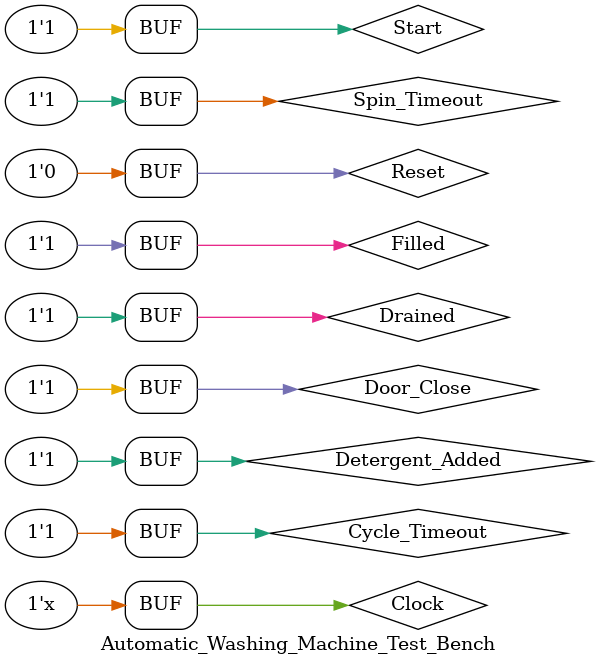
<source format=v>

`include "Automatic_Washing_Machine.v"

module Automatic_Washing_Machine_Test_Bench;
reg Clock,Reset,Start,Door_Close,Filled,Drained,
   Detergent_Added,Cycle_Timeout,Spin_Timeout;
wire Motor_on,Fill_valve_on,Drained_valve_on,Door_Lock,Done;
 
  Automatic_Washing_Machine Machine(Clock,Reset,Start,Door_Close,
  Filled,Drained, Detergent_Added, Cycle_Timeout,Spin_Timeout,Motor_on,
  Fill_valve_on,Drained_valve_on, Door_Lock,Done);
 
 Automatic_Washing_Machine Automatic_Washing_Machine(.Clock(Clock),.Reset(Reset),.Start(Start),
 .Door_Close(Door_Close),.Filled(Filled),.Drained(Drained),.Detergent_Added(Detergent_Added),
 .Cycle_Timeout(Cycle_Timeout),.Spin_Timeout(Spin_Timeout),.Motor_on(Motor_on),.Fill_valve_on(Fill_valve_on),
 .Drained_valve_on(Drained_valve_on),.Door_Lock(Door_Lock),.Done(done));
 
  initial
  begin
    $dumpfile("Project.vcd");
    $dumpvars(0);
  end
  
  initial
  begin
   Clock=0;
   Reset=1;
   Start=0;
   Door_Close=0;
   Filled=0;
   Drained=0;
   Detergent_Added=0;
   Cycle_Timeout=0;
   Spin_Timeout=0;
   #5 Reset=0;
   #5 Start=1; Door_Close=1;
   #10 Filled=1;
   #10 Detergent_Added=1;
   #10 Cycle_Timeout=1;
   #10 Drained=1;
   #10 Spin_Timeout=1;
  end
  always
  begin
   #5 Clock = ~Clock;
  end
  
  endmodule
</source>
